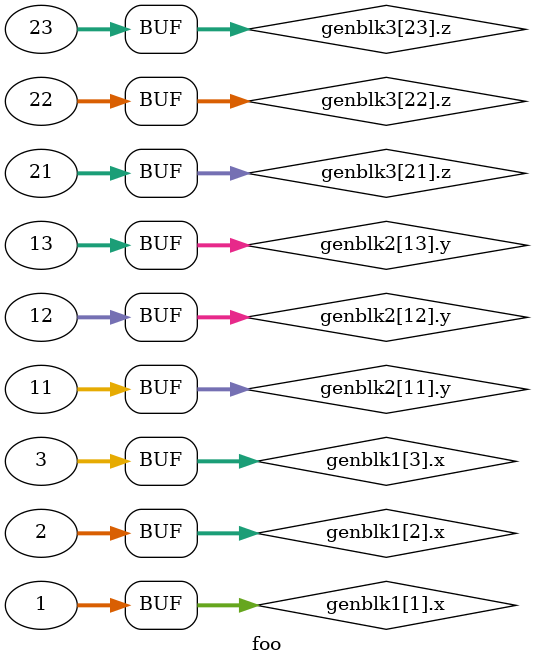
<source format=sv>

module foo;
    genvar i;
    for (i = 1; i < 4; i = i + 1) begin
        int x = i;
    end
    for (i = 11; i < 14; i += 1) begin
        int y = i;
    end
    for (i = 21; i < 24; i++) begin
        int z = i;
    end
endmodule

</source>
